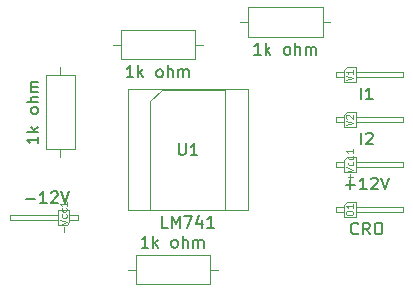
<source format=gbr>
G04 #@! TF.FileFunction,Other,Fab,Top*
%FSLAX46Y46*%
G04 Gerber Fmt 4.6, Leading zero omitted, Abs format (unit mm)*
G04 Created by KiCad (PCBNEW 4.0.7) date 01/30/19 19:46:31*
%MOMM*%
%LPD*%
G01*
G04 APERTURE LIST*
%ADD10C,0.100000*%
%ADD11C,0.150000*%
%ADD12C,0.090000*%
G04 APERTURE END LIST*
D10*
X162040000Y-86995000D02*
X162790000Y-86995000D01*
X162790000Y-86995000D02*
X162790000Y-88265000D01*
X162790000Y-88265000D02*
X161790000Y-88265000D01*
X161790000Y-88265000D02*
X161790000Y-87245000D01*
X161790000Y-87245000D02*
X162040000Y-86995000D01*
X161090000Y-87430000D02*
X161790000Y-87430000D01*
X161090000Y-87430000D02*
X161090000Y-87830000D01*
X161090000Y-87830000D02*
X161790000Y-87830000D01*
X162790000Y-87430000D02*
X166790000Y-87430000D01*
X166790000Y-87430000D02*
X166790000Y-87830000D01*
X162790000Y-87830000D02*
X166790000Y-87830000D01*
X138315000Y-92710000D02*
X137565000Y-92710000D01*
X137565000Y-92710000D02*
X137565000Y-91440000D01*
X137565000Y-91440000D02*
X138565000Y-91440000D01*
X138565000Y-91440000D02*
X138565000Y-92460000D01*
X138565000Y-92460000D02*
X138315000Y-92710000D01*
X139265000Y-92275000D02*
X138565000Y-92275000D01*
X139265000Y-92275000D02*
X139265000Y-91875000D01*
X139265000Y-91875000D02*
X138565000Y-91875000D01*
X137565000Y-92275000D02*
X133565000Y-92275000D01*
X133565000Y-92275000D02*
X133565000Y-91875000D01*
X137565000Y-91875000D02*
X133565000Y-91875000D01*
X162040000Y-90805000D02*
X162790000Y-90805000D01*
X162790000Y-90805000D02*
X162790000Y-92075000D01*
X162790000Y-92075000D02*
X161790000Y-92075000D01*
X161790000Y-92075000D02*
X161790000Y-91055000D01*
X161790000Y-91055000D02*
X162040000Y-90805000D01*
X161090000Y-91240000D02*
X161790000Y-91240000D01*
X161090000Y-91240000D02*
X161090000Y-91640000D01*
X161090000Y-91640000D02*
X161790000Y-91640000D01*
X162790000Y-91240000D02*
X166790000Y-91240000D01*
X166790000Y-91240000D02*
X166790000Y-91640000D01*
X162790000Y-91640000D02*
X166790000Y-91640000D01*
X153695000Y-74315000D02*
X153695000Y-76815000D01*
X153695000Y-76815000D02*
X159995000Y-76815000D01*
X159995000Y-76815000D02*
X159995000Y-74315000D01*
X159995000Y-74315000D02*
X153695000Y-74315000D01*
X153035000Y-75565000D02*
X153695000Y-75565000D01*
X160655000Y-75565000D02*
X159995000Y-75565000D01*
X142900000Y-76220000D02*
X142900000Y-78720000D01*
X142900000Y-78720000D02*
X149200000Y-78720000D01*
X149200000Y-78720000D02*
X149200000Y-76220000D01*
X149200000Y-76220000D02*
X142900000Y-76220000D01*
X142240000Y-77470000D02*
X142900000Y-77470000D01*
X149860000Y-77470000D02*
X149200000Y-77470000D01*
X139045000Y-80035000D02*
X136545000Y-80035000D01*
X136545000Y-80035000D02*
X136545000Y-86335000D01*
X136545000Y-86335000D02*
X139045000Y-86335000D01*
X139045000Y-86335000D02*
X139045000Y-80035000D01*
X137795000Y-79375000D02*
X137795000Y-80035000D01*
X137795000Y-86995000D02*
X137795000Y-86335000D01*
X150470000Y-97770000D02*
X150470000Y-95270000D01*
X150470000Y-95270000D02*
X144170000Y-95270000D01*
X144170000Y-95270000D02*
X144170000Y-97770000D01*
X144170000Y-97770000D02*
X150470000Y-97770000D01*
X151130000Y-96520000D02*
X150470000Y-96520000D01*
X143510000Y-96520000D02*
X144170000Y-96520000D01*
X146415000Y-81280000D02*
X151765000Y-81280000D01*
X151765000Y-81280000D02*
X151765000Y-91440000D01*
X151765000Y-91440000D02*
X145415000Y-91440000D01*
X145415000Y-91440000D02*
X145415000Y-82280000D01*
X145415000Y-82280000D02*
X146415000Y-81280000D01*
X143510000Y-81220000D02*
X143510000Y-91500000D01*
X143510000Y-91500000D02*
X153670000Y-91500000D01*
X153670000Y-91500000D02*
X153670000Y-81220000D01*
X153670000Y-81220000D02*
X143510000Y-81220000D01*
X162040000Y-79375000D02*
X162790000Y-79375000D01*
X162790000Y-79375000D02*
X162790000Y-80645000D01*
X162790000Y-80645000D02*
X161790000Y-80645000D01*
X161790000Y-80645000D02*
X161790000Y-79625000D01*
X161790000Y-79625000D02*
X162040000Y-79375000D01*
X161090000Y-79810000D02*
X161790000Y-79810000D01*
X161090000Y-79810000D02*
X161090000Y-80210000D01*
X161090000Y-80210000D02*
X161790000Y-80210000D01*
X162790000Y-79810000D02*
X166790000Y-79810000D01*
X166790000Y-79810000D02*
X166790000Y-80210000D01*
X162790000Y-80210000D02*
X166790000Y-80210000D01*
X162040000Y-83185000D02*
X162790000Y-83185000D01*
X162790000Y-83185000D02*
X162790000Y-84455000D01*
X162790000Y-84455000D02*
X161790000Y-84455000D01*
X161790000Y-84455000D02*
X161790000Y-83435000D01*
X161790000Y-83435000D02*
X162040000Y-83185000D01*
X161090000Y-83620000D02*
X161790000Y-83620000D01*
X161090000Y-83620000D02*
X161090000Y-84020000D01*
X161090000Y-84020000D02*
X161790000Y-84020000D01*
X162790000Y-83620000D02*
X166790000Y-83620000D01*
X166790000Y-83620000D02*
X166790000Y-84020000D01*
X162790000Y-84020000D02*
X166790000Y-84020000D01*
D11*
X161960595Y-89336429D02*
X162722500Y-89336429D01*
X162341548Y-89717381D02*
X162341548Y-88955476D01*
X163722500Y-89717381D02*
X163151071Y-89717381D01*
X163436785Y-89717381D02*
X163436785Y-88717381D01*
X163341547Y-88860238D01*
X163246309Y-88955476D01*
X163151071Y-89003095D01*
X164103452Y-88812619D02*
X164151071Y-88765000D01*
X164246309Y-88717381D01*
X164484405Y-88717381D01*
X164579643Y-88765000D01*
X164627262Y-88812619D01*
X164674881Y-88907857D01*
X164674881Y-89003095D01*
X164627262Y-89145952D01*
X164055833Y-89717381D01*
X164674881Y-89717381D01*
X164960595Y-88717381D02*
X165293928Y-89717381D01*
X165627262Y-88717381D01*
D12*
X162332857Y-88915715D02*
X162332857Y-88458572D01*
X162561429Y-88687143D02*
X162104286Y-88687143D01*
X161961429Y-88258572D02*
X162561429Y-88058572D01*
X161961429Y-87858572D01*
X162532857Y-87401429D02*
X162561429Y-87458572D01*
X162561429Y-87572858D01*
X162532857Y-87630000D01*
X162504286Y-87658572D01*
X162447143Y-87687143D01*
X162275714Y-87687143D01*
X162218571Y-87658572D01*
X162190000Y-87630000D01*
X162161429Y-87572858D01*
X162161429Y-87458572D01*
X162190000Y-87401429D01*
X162532857Y-86887143D02*
X162561429Y-86944286D01*
X162561429Y-87058572D01*
X162532857Y-87115714D01*
X162504286Y-87144286D01*
X162447143Y-87172857D01*
X162275714Y-87172857D01*
X162218571Y-87144286D01*
X162190000Y-87115714D01*
X162161429Y-87058572D01*
X162161429Y-86944286D01*
X162190000Y-86887143D01*
X162561429Y-86315714D02*
X162561429Y-86658571D01*
X162561429Y-86487143D02*
X161961429Y-86487143D01*
X162047143Y-86544286D01*
X162104286Y-86601428D01*
X162132857Y-86658571D01*
D11*
X134870595Y-90511429D02*
X135632500Y-90511429D01*
X136632500Y-90892381D02*
X136061071Y-90892381D01*
X136346785Y-90892381D02*
X136346785Y-89892381D01*
X136251547Y-90035238D01*
X136156309Y-90130476D01*
X136061071Y-90178095D01*
X137013452Y-89987619D02*
X137061071Y-89940000D01*
X137156309Y-89892381D01*
X137394405Y-89892381D01*
X137489643Y-89940000D01*
X137537262Y-89987619D01*
X137584881Y-90082857D01*
X137584881Y-90178095D01*
X137537262Y-90320952D01*
X136965833Y-90892381D01*
X137584881Y-90892381D01*
X137870595Y-89892381D02*
X138203928Y-90892381D01*
X138537262Y-89892381D01*
D12*
X138107857Y-93360715D02*
X138107857Y-92903572D01*
X137736429Y-92703572D02*
X138336429Y-92503572D01*
X137736429Y-92303572D01*
X138307857Y-91846429D02*
X138336429Y-91903572D01*
X138336429Y-92017858D01*
X138307857Y-92075000D01*
X138279286Y-92103572D01*
X138222143Y-92132143D01*
X138050714Y-92132143D01*
X137993571Y-92103572D01*
X137965000Y-92075000D01*
X137936429Y-92017858D01*
X137936429Y-91903572D01*
X137965000Y-91846429D01*
X138307857Y-91332143D02*
X138336429Y-91389286D01*
X138336429Y-91503572D01*
X138307857Y-91560714D01*
X138279286Y-91589286D01*
X138222143Y-91617857D01*
X138050714Y-91617857D01*
X137993571Y-91589286D01*
X137965000Y-91560714D01*
X137936429Y-91503572D01*
X137936429Y-91389286D01*
X137965000Y-91332143D01*
X138336429Y-90760714D02*
X138336429Y-91103571D01*
X138336429Y-90932143D02*
X137736429Y-90932143D01*
X137822143Y-90989286D01*
X137879286Y-91046428D01*
X137907857Y-91103571D01*
D11*
X163008215Y-93432143D02*
X162960596Y-93479762D01*
X162817739Y-93527381D01*
X162722501Y-93527381D01*
X162579643Y-93479762D01*
X162484405Y-93384524D01*
X162436786Y-93289286D01*
X162389167Y-93098810D01*
X162389167Y-92955952D01*
X162436786Y-92765476D01*
X162484405Y-92670238D01*
X162579643Y-92575000D01*
X162722501Y-92527381D01*
X162817739Y-92527381D01*
X162960596Y-92575000D01*
X163008215Y-92622619D01*
X164008215Y-93527381D02*
X163674881Y-93051190D01*
X163436786Y-93527381D02*
X163436786Y-92527381D01*
X163817739Y-92527381D01*
X163912977Y-92575000D01*
X163960596Y-92622619D01*
X164008215Y-92717857D01*
X164008215Y-92860714D01*
X163960596Y-92955952D01*
X163912977Y-93003571D01*
X163817739Y-93051190D01*
X163436786Y-93051190D01*
X164627262Y-92527381D02*
X164817739Y-92527381D01*
X164912977Y-92575000D01*
X165008215Y-92670238D01*
X165055834Y-92860714D01*
X165055834Y-93194048D01*
X165008215Y-93384524D01*
X164912977Y-93479762D01*
X164817739Y-93527381D01*
X164627262Y-93527381D01*
X164532024Y-93479762D01*
X164436786Y-93384524D01*
X164389167Y-93194048D01*
X164389167Y-92860714D01*
X164436786Y-92670238D01*
X164532024Y-92575000D01*
X164627262Y-92527381D01*
D12*
X161961429Y-91782857D02*
X161961429Y-91668571D01*
X161990000Y-91611429D01*
X162047143Y-91554286D01*
X162161429Y-91525714D01*
X162361429Y-91525714D01*
X162475714Y-91554286D01*
X162532857Y-91611429D01*
X162561429Y-91668571D01*
X162561429Y-91782857D01*
X162532857Y-91840000D01*
X162475714Y-91897143D01*
X162361429Y-91925714D01*
X162161429Y-91925714D01*
X162047143Y-91897143D01*
X161990000Y-91840000D01*
X161961429Y-91782857D01*
X162561429Y-90954286D02*
X162561429Y-91297143D01*
X162561429Y-91125715D02*
X161961429Y-91125715D01*
X162047143Y-91182858D01*
X162104286Y-91240000D01*
X162132857Y-91297143D01*
D11*
X154773572Y-78327381D02*
X154202143Y-78327381D01*
X154487857Y-78327381D02*
X154487857Y-77327381D01*
X154392619Y-77470238D01*
X154297381Y-77565476D01*
X154202143Y-77613095D01*
X155202143Y-78327381D02*
X155202143Y-77327381D01*
X155297381Y-77946429D02*
X155583096Y-78327381D01*
X155583096Y-77660714D02*
X155202143Y-78041667D01*
X156916429Y-78327381D02*
X156821191Y-78279762D01*
X156773572Y-78232143D01*
X156725953Y-78136905D01*
X156725953Y-77851190D01*
X156773572Y-77755952D01*
X156821191Y-77708333D01*
X156916429Y-77660714D01*
X157059287Y-77660714D01*
X157154525Y-77708333D01*
X157202144Y-77755952D01*
X157249763Y-77851190D01*
X157249763Y-78136905D01*
X157202144Y-78232143D01*
X157154525Y-78279762D01*
X157059287Y-78327381D01*
X156916429Y-78327381D01*
X157678334Y-78327381D02*
X157678334Y-77327381D01*
X158106906Y-78327381D02*
X158106906Y-77803571D01*
X158059287Y-77708333D01*
X157964049Y-77660714D01*
X157821191Y-77660714D01*
X157725953Y-77708333D01*
X157678334Y-77755952D01*
X158583096Y-78327381D02*
X158583096Y-77660714D01*
X158583096Y-77755952D02*
X158630715Y-77708333D01*
X158725953Y-77660714D01*
X158868811Y-77660714D01*
X158964049Y-77708333D01*
X159011668Y-77803571D01*
X159011668Y-78327381D01*
X159011668Y-77803571D02*
X159059287Y-77708333D01*
X159154525Y-77660714D01*
X159297382Y-77660714D01*
X159392620Y-77708333D01*
X159440239Y-77803571D01*
X159440239Y-78327381D01*
X143978572Y-80232381D02*
X143407143Y-80232381D01*
X143692857Y-80232381D02*
X143692857Y-79232381D01*
X143597619Y-79375238D01*
X143502381Y-79470476D01*
X143407143Y-79518095D01*
X144407143Y-80232381D02*
X144407143Y-79232381D01*
X144502381Y-79851429D02*
X144788096Y-80232381D01*
X144788096Y-79565714D02*
X144407143Y-79946667D01*
X146121429Y-80232381D02*
X146026191Y-80184762D01*
X145978572Y-80137143D01*
X145930953Y-80041905D01*
X145930953Y-79756190D01*
X145978572Y-79660952D01*
X146026191Y-79613333D01*
X146121429Y-79565714D01*
X146264287Y-79565714D01*
X146359525Y-79613333D01*
X146407144Y-79660952D01*
X146454763Y-79756190D01*
X146454763Y-80041905D01*
X146407144Y-80137143D01*
X146359525Y-80184762D01*
X146264287Y-80232381D01*
X146121429Y-80232381D01*
X146883334Y-80232381D02*
X146883334Y-79232381D01*
X147311906Y-80232381D02*
X147311906Y-79708571D01*
X147264287Y-79613333D01*
X147169049Y-79565714D01*
X147026191Y-79565714D01*
X146930953Y-79613333D01*
X146883334Y-79660952D01*
X147788096Y-80232381D02*
X147788096Y-79565714D01*
X147788096Y-79660952D02*
X147835715Y-79613333D01*
X147930953Y-79565714D01*
X148073811Y-79565714D01*
X148169049Y-79613333D01*
X148216668Y-79708571D01*
X148216668Y-80232381D01*
X148216668Y-79708571D02*
X148264287Y-79613333D01*
X148359525Y-79565714D01*
X148502382Y-79565714D01*
X148597620Y-79613333D01*
X148645239Y-79708571D01*
X148645239Y-80232381D01*
X135937381Y-85256428D02*
X135937381Y-85827857D01*
X135937381Y-85542143D02*
X134937381Y-85542143D01*
X135080238Y-85637381D01*
X135175476Y-85732619D01*
X135223095Y-85827857D01*
X135937381Y-84827857D02*
X134937381Y-84827857D01*
X135556429Y-84732619D02*
X135937381Y-84446904D01*
X135270714Y-84446904D02*
X135651667Y-84827857D01*
X135937381Y-83113571D02*
X135889762Y-83208809D01*
X135842143Y-83256428D01*
X135746905Y-83304047D01*
X135461190Y-83304047D01*
X135365952Y-83256428D01*
X135318333Y-83208809D01*
X135270714Y-83113571D01*
X135270714Y-82970713D01*
X135318333Y-82875475D01*
X135365952Y-82827856D01*
X135461190Y-82780237D01*
X135746905Y-82780237D01*
X135842143Y-82827856D01*
X135889762Y-82875475D01*
X135937381Y-82970713D01*
X135937381Y-83113571D01*
X135937381Y-82351666D02*
X134937381Y-82351666D01*
X135937381Y-81923094D02*
X135413571Y-81923094D01*
X135318333Y-81970713D01*
X135270714Y-82065951D01*
X135270714Y-82208809D01*
X135318333Y-82304047D01*
X135365952Y-82351666D01*
X135937381Y-81446904D02*
X135270714Y-81446904D01*
X135365952Y-81446904D02*
X135318333Y-81399285D01*
X135270714Y-81304047D01*
X135270714Y-81161189D01*
X135318333Y-81065951D01*
X135413571Y-81018332D01*
X135937381Y-81018332D01*
X135413571Y-81018332D02*
X135318333Y-80970713D01*
X135270714Y-80875475D01*
X135270714Y-80732618D01*
X135318333Y-80637380D01*
X135413571Y-80589761D01*
X135937381Y-80589761D01*
X145248572Y-94662381D02*
X144677143Y-94662381D01*
X144962857Y-94662381D02*
X144962857Y-93662381D01*
X144867619Y-93805238D01*
X144772381Y-93900476D01*
X144677143Y-93948095D01*
X145677143Y-94662381D02*
X145677143Y-93662381D01*
X145772381Y-94281429D02*
X146058096Y-94662381D01*
X146058096Y-93995714D02*
X145677143Y-94376667D01*
X147391429Y-94662381D02*
X147296191Y-94614762D01*
X147248572Y-94567143D01*
X147200953Y-94471905D01*
X147200953Y-94186190D01*
X147248572Y-94090952D01*
X147296191Y-94043333D01*
X147391429Y-93995714D01*
X147534287Y-93995714D01*
X147629525Y-94043333D01*
X147677144Y-94090952D01*
X147724763Y-94186190D01*
X147724763Y-94471905D01*
X147677144Y-94567143D01*
X147629525Y-94614762D01*
X147534287Y-94662381D01*
X147391429Y-94662381D01*
X148153334Y-94662381D02*
X148153334Y-93662381D01*
X148581906Y-94662381D02*
X148581906Y-94138571D01*
X148534287Y-94043333D01*
X148439049Y-93995714D01*
X148296191Y-93995714D01*
X148200953Y-94043333D01*
X148153334Y-94090952D01*
X149058096Y-94662381D02*
X149058096Y-93995714D01*
X149058096Y-94090952D02*
X149105715Y-94043333D01*
X149200953Y-93995714D01*
X149343811Y-93995714D01*
X149439049Y-94043333D01*
X149486668Y-94138571D01*
X149486668Y-94662381D01*
X149486668Y-94138571D02*
X149534287Y-94043333D01*
X149629525Y-93995714D01*
X149772382Y-93995714D01*
X149867620Y-94043333D01*
X149915239Y-94138571D01*
X149915239Y-94662381D01*
X146899524Y-92952381D02*
X146423333Y-92952381D01*
X146423333Y-91952381D01*
X147232857Y-92952381D02*
X147232857Y-91952381D01*
X147566191Y-92666667D01*
X147899524Y-91952381D01*
X147899524Y-92952381D01*
X148280476Y-91952381D02*
X148947143Y-91952381D01*
X148518571Y-92952381D01*
X149756667Y-92285714D02*
X149756667Y-92952381D01*
X149518571Y-91904762D02*
X149280476Y-92619048D01*
X149899524Y-92619048D01*
X150804286Y-92952381D02*
X150232857Y-92952381D01*
X150518571Y-92952381D02*
X150518571Y-91952381D01*
X150423333Y-92095238D01*
X150328095Y-92190476D01*
X150232857Y-92238095D01*
X147828095Y-85812381D02*
X147828095Y-86621905D01*
X147875714Y-86717143D01*
X147923333Y-86764762D01*
X148018571Y-86812381D01*
X148209048Y-86812381D01*
X148304286Y-86764762D01*
X148351905Y-86717143D01*
X148399524Y-86621905D01*
X148399524Y-85812381D01*
X149399524Y-86812381D02*
X148828095Y-86812381D01*
X149113809Y-86812381D02*
X149113809Y-85812381D01*
X149018571Y-85955238D01*
X148923333Y-86050476D01*
X148828095Y-86098095D01*
X163246310Y-82097381D02*
X163246310Y-81097381D01*
X164246310Y-82097381D02*
X163674881Y-82097381D01*
X163960595Y-82097381D02*
X163960595Y-81097381D01*
X163865357Y-81240238D01*
X163770119Y-81335476D01*
X163674881Y-81383095D01*
D12*
X161961429Y-80495714D02*
X162561429Y-80295714D01*
X161961429Y-80095714D01*
X162561429Y-79581428D02*
X162561429Y-79924285D01*
X162561429Y-79752857D02*
X161961429Y-79752857D01*
X162047143Y-79810000D01*
X162104286Y-79867142D01*
X162132857Y-79924285D01*
D11*
X163246310Y-85907381D02*
X163246310Y-84907381D01*
X163674881Y-85002619D02*
X163722500Y-84955000D01*
X163817738Y-84907381D01*
X164055834Y-84907381D01*
X164151072Y-84955000D01*
X164198691Y-85002619D01*
X164246310Y-85097857D01*
X164246310Y-85193095D01*
X164198691Y-85335952D01*
X163627262Y-85907381D01*
X164246310Y-85907381D01*
D12*
X161961429Y-84305714D02*
X162561429Y-84105714D01*
X161961429Y-83905714D01*
X162018571Y-83734285D02*
X161990000Y-83705714D01*
X161961429Y-83648571D01*
X161961429Y-83505714D01*
X161990000Y-83448571D01*
X162018571Y-83420000D01*
X162075714Y-83391428D01*
X162132857Y-83391428D01*
X162218571Y-83420000D01*
X162561429Y-83762857D01*
X162561429Y-83391428D01*
M02*

</source>
